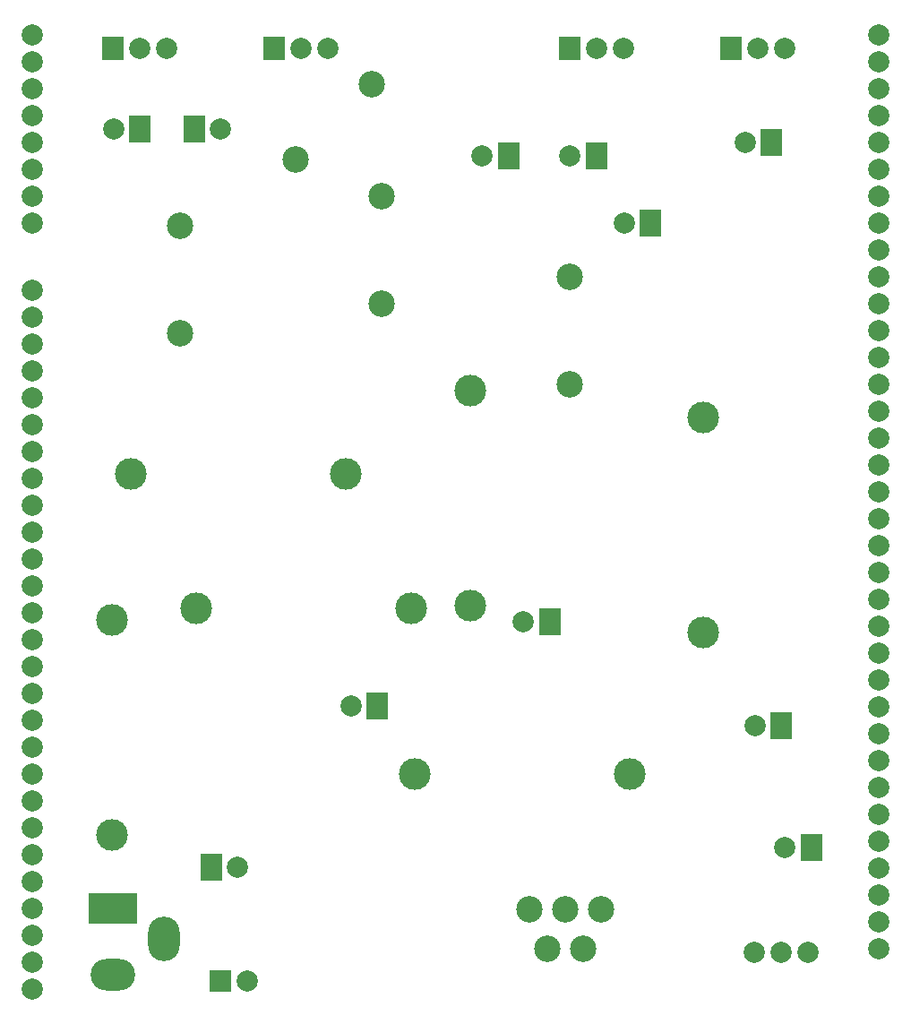
<source format=gbr>
%TF.GenerationSoftware,KiCad,Pcbnew,7.0.5-4d25ed1034~172~ubuntu22.04.1*%
%TF.CreationDate,2023-06-22T18:41:58-03:00*%
%TF.ProjectId,Fonte_tensao_LM675_v03,466f6e74-655f-4746-956e-73616f5f4c4d,v03*%
%TF.SameCoordinates,Original*%
%TF.FileFunction,Soldermask,Bot*%
%TF.FilePolarity,Negative*%
%FSLAX46Y46*%
G04 Gerber Fmt 4.6, Leading zero omitted, Abs format (unit mm)*
G04 Created by KiCad (PCBNEW 7.0.5-4d25ed1034~172~ubuntu22.04.1) date 2023-06-22 18:41:58*
%MOMM*%
%LPD*%
G01*
G04 APERTURE LIST*
%ADD10R,4.600000X3.000000*%
%ADD11O,4.200000X3.000000*%
%ADD12O,3.000000X4.200000*%
%ADD13C,2.500000*%
%ADD14C,2.000000*%
%ADD15R,2.000000X2.500000*%
%ADD16C,3.000000*%
%ADD17R,2.000000X2.300000*%
%ADD18R,2.000000X2.100000*%
G04 APERTURE END LIST*
D10*
%TO.C,J1*%
X114300000Y-139700000D03*
D11*
X114300000Y-146000000D03*
D12*
X119100000Y-142600000D03*
%TD*%
D13*
%TO.C,U3*%
X160450000Y-139800000D03*
X158750000Y-143500000D03*
X157050000Y-139800000D03*
X155350000Y-143500000D03*
X153650000Y-139800000D03*
%TD*%
D14*
%TO.C,C2*%
X157480000Y-68580000D03*
D15*
X159980000Y-68580000D03*
%TD*%
D14*
%TO.C,C6*%
X136800000Y-120600000D03*
D15*
X139300000Y-120600000D03*
%TD*%
D16*
%TO.C,R1*%
X114200000Y-112440000D03*
X114200000Y-132760000D03*
%TD*%
D13*
%TO.C,D2*%
X157480000Y-90170000D03*
X157480000Y-80010000D03*
%TD*%
D17*
%TO.C,U1*%
X114300000Y-58420000D03*
D14*
X116840000Y-58420000D03*
X119380000Y-58420000D03*
%TD*%
D13*
%TO.C,D4*%
X120650000Y-85344000D03*
X120650000Y-75184000D03*
%TD*%
D14*
%TO.C,C10*%
X177800000Y-133985000D03*
D15*
X180300000Y-133985000D03*
%TD*%
D14*
%TO.C,J3*%
X186690000Y-57150000D03*
X186690000Y-59690000D03*
X186690000Y-62230000D03*
X186690000Y-64770000D03*
X186690000Y-67310000D03*
X186690000Y-69850000D03*
X186690000Y-72390000D03*
X186690000Y-74930000D03*
X186690000Y-77470000D03*
X186690000Y-80010000D03*
X186690000Y-82550000D03*
X186690000Y-85090000D03*
X186690000Y-87630000D03*
X186690000Y-90170000D03*
X186690000Y-92710000D03*
X186690000Y-95250000D03*
X186690000Y-97790000D03*
X186690000Y-100330000D03*
X186690000Y-102870000D03*
X186690000Y-105410000D03*
X186690000Y-107950000D03*
X186690000Y-110490000D03*
X186690000Y-113030000D03*
X186690000Y-115570000D03*
X186690000Y-118110000D03*
X186690000Y-120650000D03*
X186690000Y-123190000D03*
X186690000Y-125730000D03*
X186690000Y-128270000D03*
X186690000Y-130810000D03*
X186690000Y-133350000D03*
X186690000Y-135890000D03*
X186690000Y-138430000D03*
X186690000Y-140970000D03*
X186690000Y-143510000D03*
%TD*%
D16*
%TO.C,R4*%
X142840000Y-127000000D03*
X163160000Y-127000000D03*
%TD*%
D14*
%TO.C,U6*%
X180031112Y-143855000D03*
X177491112Y-143855000D03*
X174951112Y-143855000D03*
%TD*%
%TO.C,C9*%
X174030000Y-67310000D03*
D15*
X176530000Y-67310000D03*
%TD*%
D16*
%TO.C,R5*%
X170053000Y-113665000D03*
X170053000Y-93345000D03*
%TD*%
D17*
%TO.C,U2*%
X157480000Y-58420000D03*
D14*
X160020000Y-58420000D03*
X162560000Y-58420000D03*
%TD*%
%TO.C,C8*%
X149194888Y-68580000D03*
D15*
X151694888Y-68580000D03*
%TD*%
D14*
%TO.C,J4*%
X106680000Y-57150000D03*
X106680000Y-59690000D03*
X106680000Y-62230000D03*
X106680000Y-64770000D03*
X106680000Y-67310000D03*
X106680000Y-69850000D03*
X106680000Y-72390000D03*
X106680000Y-74930000D03*
%TD*%
%TO.C,J2*%
X106680000Y-81280000D03*
X106680000Y-83820000D03*
X106680000Y-86360000D03*
X106680000Y-88900000D03*
X106680000Y-91440000D03*
X106680000Y-93980000D03*
X106680000Y-96520000D03*
X106680000Y-99060000D03*
X106680000Y-101600000D03*
X106680000Y-104140000D03*
X106680000Y-106680000D03*
X106680000Y-109220000D03*
X106680000Y-111760000D03*
X106680000Y-114300000D03*
X106680000Y-116840000D03*
X106680000Y-119380000D03*
X106680000Y-121920000D03*
X106680000Y-124460000D03*
X106680000Y-127000000D03*
X106680000Y-129540000D03*
X106680000Y-132080000D03*
X106680000Y-134620000D03*
X106680000Y-137160000D03*
X106680000Y-139700000D03*
X106680000Y-142240000D03*
X106680000Y-144780000D03*
X106680000Y-147320000D03*
%TD*%
D16*
%TO.C,R2*%
X122174000Y-111379000D03*
X142494000Y-111379000D03*
%TD*%
D17*
%TO.C,U4*%
X129540000Y-58420000D03*
D14*
X132080000Y-58420000D03*
X134620000Y-58420000D03*
%TD*%
%TO.C,C5*%
X162600000Y-74930000D03*
D15*
X165100000Y-74930000D03*
%TD*%
D17*
%TO.C,U5*%
X172720000Y-58420000D03*
D14*
X175260000Y-58420000D03*
X177800000Y-58420000D03*
%TD*%
%TO.C,C7*%
X153100000Y-112600000D03*
D15*
X155600000Y-112600000D03*
%TD*%
D14*
%TO.C,C1*%
X114340000Y-66040000D03*
D15*
X116840000Y-66040000D03*
%TD*%
D16*
%TO.C,R3*%
X148082000Y-111125000D03*
X148082000Y-90805000D03*
%TD*%
D13*
%TO.C,D3*%
X139700000Y-72390000D03*
X139700000Y-82550000D03*
%TD*%
D14*
%TO.C,C11*%
X174991112Y-122400000D03*
D15*
X177491112Y-122400000D03*
%TD*%
D14*
%TO.C,C3*%
X126100000Y-135800000D03*
D15*
X123600000Y-135800000D03*
%TD*%
D16*
%TO.C,R6*%
X116000000Y-98600000D03*
X136320000Y-98600000D03*
%TD*%
D14*
%TO.C,C4*%
X124460000Y-66040000D03*
D15*
X121960000Y-66040000D03*
%TD*%
D13*
%TO.C,D1*%
X131572000Y-68961000D03*
X138756205Y-61776795D03*
%TD*%
D18*
%TO.C,D5*%
X124460000Y-146600000D03*
D14*
X127000000Y-146600000D03*
%TD*%
M02*

</source>
